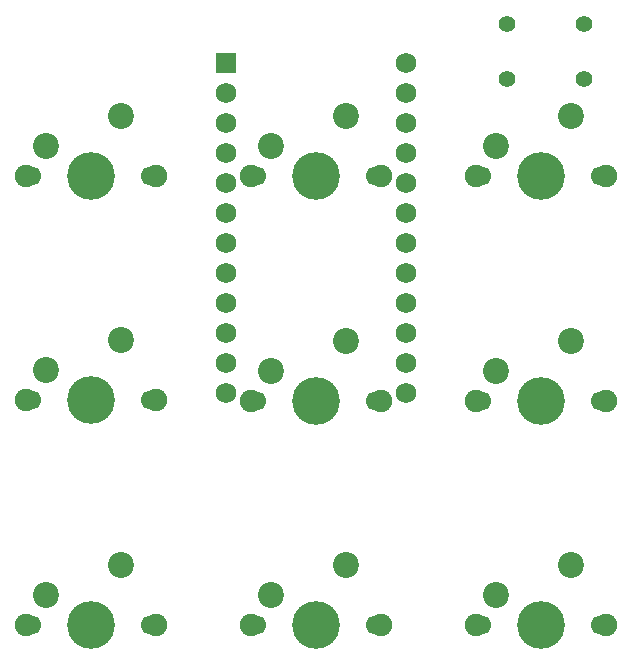
<source format=gbr>
%TF.GenerationSoftware,Altium Limited,Altium Designer,20.1.12 (249)*%
G04 Layer_Color=255*
%FSLAX26Y26*%
%MOIN*%
%TF.SameCoordinates,63403D4D-F3CE-4837-A966-4B93B91F9A20*%
%TF.FilePolarity,Positive*%
%TF.FileFunction,Pads,Bot*%
%TF.Part,Single*%
G01*
G75*
%TA.AperFunction,ComponentPad*%
%ADD10C,0.069016*%
%ADD11R,0.069016X0.069016*%
%ADD12C,0.086614*%
%ADD13C,0.066929*%
%ADD14C,0.074803*%
%ADD15C,0.159449*%
%ADD16C,0.055118*%
D10*
X789764Y1514173D02*
D03*
Y2114173D02*
D03*
Y1914173D02*
D03*
Y1714173D02*
D03*
Y1814173D02*
D03*
Y1314173D02*
D03*
Y1414173D02*
D03*
Y1114173D02*
D03*
Y2014173D02*
D03*
Y1614173D02*
D03*
Y1214173D02*
D03*
X1389764Y1514173D02*
D03*
Y2214173D02*
D03*
Y1914173D02*
D03*
Y2114173D02*
D03*
Y1714173D02*
D03*
Y1814173D02*
D03*
Y1314173D02*
D03*
Y1414173D02*
D03*
Y1114173D02*
D03*
Y1614173D02*
D03*
Y1214173D02*
D03*
Y2014173D02*
D03*
D11*
X789764Y2214173D02*
D03*
D12*
X190114Y439646D02*
D03*
X440114Y539646D02*
D03*
X1688776Y1187835D02*
D03*
X1938776Y1287835D02*
D03*
X1938539Y2038071D02*
D03*
X1688539Y1938071D02*
D03*
Y439646D02*
D03*
X1938539Y539646D02*
D03*
X190114Y1188858D02*
D03*
X440114Y1288858D02*
D03*
Y2038071D02*
D03*
X190114Y1938071D02*
D03*
X1189327Y539646D02*
D03*
X939327Y439646D02*
D03*
X1189563Y1287835D02*
D03*
X939563Y1187835D02*
D03*
X939327Y1938071D02*
D03*
X1189327Y2038071D02*
D03*
D13*
X140114Y339646D02*
D03*
X540114D02*
D03*
X1638776Y1087835D02*
D03*
X2038776D02*
D03*
X2038539Y1838071D02*
D03*
X1638539D02*
D03*
Y339646D02*
D03*
X2038539D02*
D03*
X140114Y1088858D02*
D03*
X540114D02*
D03*
Y1838071D02*
D03*
X140114D02*
D03*
X1289327Y339646D02*
D03*
X889327D02*
D03*
X1289563Y1087835D02*
D03*
X889563D02*
D03*
X889327Y1838071D02*
D03*
X1289327D02*
D03*
D14*
X123579Y339646D02*
D03*
X556650D02*
D03*
X1622240Y1087835D02*
D03*
X2055311D02*
D03*
X2055075Y1838071D02*
D03*
X1622004D02*
D03*
Y339646D02*
D03*
X2055075D02*
D03*
X123579Y1088858D02*
D03*
X556650D02*
D03*
Y1838071D02*
D03*
X123579D02*
D03*
X1305862Y339646D02*
D03*
X872791D02*
D03*
X1306099Y1087835D02*
D03*
X873028D02*
D03*
X872791Y1838071D02*
D03*
X1305862D02*
D03*
D15*
X340114Y339646D02*
D03*
X1838776Y1087835D02*
D03*
X1838539Y1838071D02*
D03*
Y339646D02*
D03*
X340114Y1088858D02*
D03*
Y1838071D02*
D03*
X1089327Y339646D02*
D03*
X1089563Y1087835D02*
D03*
X1089327Y1838071D02*
D03*
D16*
X1724409Y2161417D02*
D03*
Y2342520D02*
D03*
X1984252Y2161417D02*
D03*
Y2342520D02*
D03*
%TF.MD5,85f32c7efe7c72353a24dbee70f7d701*%
M02*

</source>
